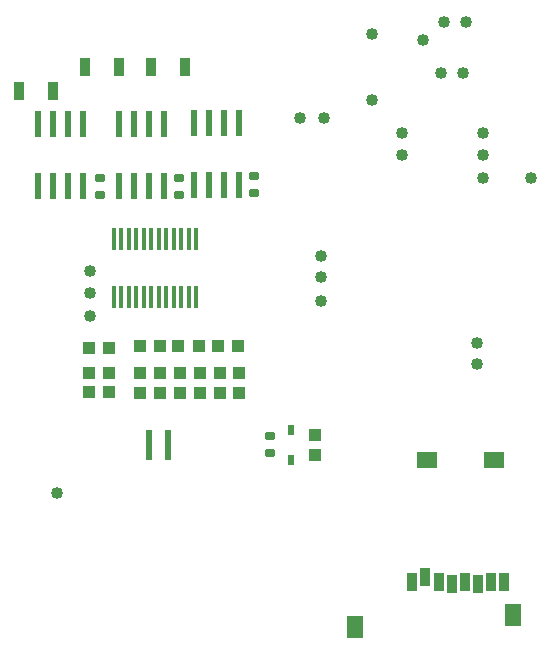
<source format=gbp>
%FSLAX25Y25*%
%MOIN*%
G70*
G01*
G75*
G04 Layer_Color=128*
%ADD10C,0.01000*%
%ADD11C,0.02000*%
%ADD12C,0.01300*%
%ADD13C,0.01200*%
%ADD14C,0.01500*%
%ADD15C,0.03000*%
%ADD16C,0.02500*%
%ADD17R,0.06700X0.01800*%
%ADD18R,0.08300X0.05900*%
%ADD19R,0.07500X0.09400*%
%ADD20R,0.07500X0.04700*%
%ADD21R,0.05118X0.02756*%
G04:AMPARAMS|DCode=22|XSize=24mil|YSize=36mil|CornerRadius=6mil|HoleSize=0mil|Usage=FLASHONLY|Rotation=270.000|XOffset=0mil|YOffset=0mil|HoleType=Round|Shape=RoundedRectangle|*
%AMROUNDEDRECTD22*
21,1,0.02400,0.02400,0,0,270.0*
21,1,0.01200,0.03600,0,0,270.0*
1,1,0.01200,-0.01200,-0.00600*
1,1,0.01200,-0.01200,0.00600*
1,1,0.01200,0.01200,0.00600*
1,1,0.01200,0.01200,-0.00600*
%
%ADD22ROUNDEDRECTD22*%
%ADD23R,0.04400X0.02400*%
G04:AMPARAMS|DCode=24|XSize=24mil|YSize=36mil|CornerRadius=6mil|HoleSize=0mil|Usage=FLASHONLY|Rotation=180.000|XOffset=0mil|YOffset=0mil|HoleType=Round|Shape=RoundedRectangle|*
%AMROUNDEDRECTD24*
21,1,0.02400,0.02400,0,0,180.0*
21,1,0.01200,0.03600,0,0,180.0*
1,1,0.01200,-0.00600,0.01200*
1,1,0.01200,0.00600,0.01200*
1,1,0.01200,0.00600,-0.01200*
1,1,0.01200,-0.00600,-0.01200*
%
%ADD24ROUNDEDRECTD24*%
%ADD25R,0.01200X0.03200*%
%ADD26R,0.03200X0.01200*%
%ADD27R,0.04400X0.04000*%
%ADD28R,0.04000X0.04400*%
G04:AMPARAMS|DCode=29|XSize=24mil|YSize=36mil|CornerRadius=6mil|HoleSize=0mil|Usage=FLASHONLY|Rotation=135.000|XOffset=0mil|YOffset=0mil|HoleType=Round|Shape=RoundedRectangle|*
%AMROUNDEDRECTD29*
21,1,0.02400,0.02400,0,0,135.0*
21,1,0.01200,0.03600,0,0,135.0*
1,1,0.01200,0.00424,0.01273*
1,1,0.01200,0.01273,0.00424*
1,1,0.01200,-0.00424,-0.01273*
1,1,0.01200,-0.01273,-0.00424*
%
%ADD29ROUNDEDRECTD29*%
%ADD30R,0.02400X0.02000*%
%ADD31R,0.04800X0.03200*%
%ADD32R,0.01600X0.01600*%
%ADD33R,0.02400X0.02400*%
%ADD34R,0.06300X0.03600*%
%ADD35R,0.03600X0.06300*%
%ADD36R,0.02000X0.01200*%
%ADD37R,0.07100X0.04000*%
%ADD38R,0.03200X0.03600*%
G04:AMPARAMS|DCode=39|XSize=28mil|YSize=56mil|CornerRadius=5.6mil|HoleSize=0mil|Usage=FLASHONLY|Rotation=0.000|XOffset=0mil|YOffset=0mil|HoleType=Round|Shape=RoundedRectangle|*
%AMROUNDEDRECTD39*
21,1,0.02800,0.04480,0,0,0.0*
21,1,0.01680,0.05600,0,0,0.0*
1,1,0.01120,0.00840,-0.02240*
1,1,0.01120,-0.00840,-0.02240*
1,1,0.01120,-0.00840,0.02240*
1,1,0.01120,0.00840,0.02240*
%
%ADD39ROUNDEDRECTD39*%
G04:AMPARAMS|DCode=40|XSize=20mil|YSize=12mil|CornerRadius=2.4mil|HoleSize=0mil|Usage=FLASHONLY|Rotation=0.000|XOffset=0mil|YOffset=0mil|HoleType=Round|Shape=RoundedRectangle|*
%AMROUNDEDRECTD40*
21,1,0.02000,0.00720,0,0,0.0*
21,1,0.01520,0.01200,0,0,0.0*
1,1,0.00480,0.00760,-0.00360*
1,1,0.00480,-0.00760,-0.00360*
1,1,0.00480,-0.00760,0.00360*
1,1,0.00480,0.00760,0.00360*
%
%ADD40ROUNDEDRECTD40*%
%ADD41R,0.02000X0.01200*%
G04:AMPARAMS|DCode=42|XSize=24mil|YSize=36mil|CornerRadius=6mil|HoleSize=0mil|Usage=FLASHONLY|Rotation=225.000|XOffset=0mil|YOffset=0mil|HoleType=Round|Shape=RoundedRectangle|*
%AMROUNDEDRECTD42*
21,1,0.02400,0.02400,0,0,225.0*
21,1,0.01200,0.03600,0,0,225.0*
1,1,0.01200,-0.01273,0.00424*
1,1,0.01200,-0.00424,0.01273*
1,1,0.01200,0.01273,-0.00424*
1,1,0.01200,0.00424,-0.01273*
%
%ADD42ROUNDEDRECTD42*%
%ADD43R,0.01800X0.01200*%
%ADD44R,0.02400X0.03600*%
%ADD45R,0.04000X0.05600*%
%ADD46R,0.01200X0.02600*%
%ADD47R,0.02600X0.01200*%
%ADD48R,0.02800X0.05200*%
G04:AMPARAMS|DCode=49|XSize=60mil|YSize=12mil|CornerRadius=0mil|HoleSize=0mil|Usage=FLASHONLY|Rotation=225.000|XOffset=0mil|YOffset=0mil|HoleType=Round|Shape=Rectangle|*
%AMROTATEDRECTD49*
4,1,4,0.01697,0.02546,0.02546,0.01697,-0.01697,-0.02546,-0.02546,-0.01697,0.01697,0.02546,0.0*
%
%ADD49ROTATEDRECTD49*%

G04:AMPARAMS|DCode=50|XSize=12mil|YSize=60mil|CornerRadius=0mil|HoleSize=0mil|Usage=FLASHONLY|Rotation=225.000|XOffset=0mil|YOffset=0mil|HoleType=Round|Shape=Rectangle|*
%AMROTATEDRECTD50*
4,1,4,-0.01697,0.02546,0.02546,-0.01697,0.01697,-0.02546,-0.02546,0.01697,-0.01697,0.02546,0.0*
%
%ADD50ROTATEDRECTD50*%

G04:AMPARAMS|DCode=51|XSize=12mil|YSize=59.06mil|CornerRadius=0mil|HoleSize=0mil|Usage=FLASHONLY|Rotation=225.000|XOffset=0mil|YOffset=0mil|HoleType=Round|Shape=Rectangle|*
%AMROTATEDRECTD51*
4,1,4,-0.01664,0.02512,0.02512,-0.01664,0.01664,-0.02512,-0.02512,0.01664,-0.01664,0.02512,0.0*
%
%ADD51ROTATEDRECTD51*%

%ADD52R,0.06299X0.03150*%
%ADD53R,0.12205X0.08661*%
%ADD54R,0.05200X0.01700*%
%ADD55R,0.02400X0.08700*%
%ADD56R,0.01400X0.03400*%
%ADD57R,0.01200X0.03400*%
%ADD58R,0.03400X0.01200*%
%ADD59R,0.03600X0.02400*%
%ADD60R,0.01575X0.00984*%
%ADD61R,0.04800X0.05600*%
%ADD62C,0.01800*%
%ADD63C,0.05000*%
%ADD64R,0.07400X0.02047*%
%ADD65R,0.03900X0.03500*%
%ADD66R,0.07300X0.04400*%
%ADD67P,0.07036X8X22.5*%
%ADD68C,0.17716*%
%ADD69R,0.01800X0.01800*%
%ADD70R,0.05906X0.05906*%
%ADD71C,0.05906*%
%ADD72P,0.07036X8X112.5*%
%ADD73C,0.02000*%
%ADD74C,0.02200*%
%ADD75C,0.02500*%
%ADD76C,0.04000*%
%ADD77C,0.02300*%
%ADD78C,0.03000*%
%ADD79C,0.04000*%
G04:AMPARAMS|DCode=80|XSize=40mil|YSize=40mil|CornerRadius=20mil|HoleSize=0mil|Usage=FLASHONLY|Rotation=0.000|XOffset=0mil|YOffset=0mil|HoleType=Round|Shape=RoundedRectangle|*
%AMROUNDEDRECTD80*
21,1,0.04000,0.00000,0,0,0.0*
21,1,0.00000,0.04000,0,0,0.0*
1,1,0.04000,0.00000,0.00000*
1,1,0.04000,0.00000,0.00000*
1,1,0.04000,0.00000,0.00000*
1,1,0.04000,0.00000,0.00000*
%
%ADD80ROUNDEDRECTD80*%
G04:AMPARAMS|DCode=81|XSize=40mil|YSize=40mil|CornerRadius=20mil|HoleSize=0mil|Usage=FLASHONLY|Rotation=270.000|XOffset=0mil|YOffset=0mil|HoleType=Round|Shape=RoundedRectangle|*
%AMROUNDEDRECTD81*
21,1,0.04000,0.00000,0,0,270.0*
21,1,0.00000,0.04000,0,0,270.0*
1,1,0.04000,0.00000,0.00000*
1,1,0.04000,0.00000,0.00000*
1,1,0.04000,0.00000,0.00000*
1,1,0.04000,0.00000,0.00000*
%
%ADD81ROUNDEDRECTD81*%
%ADD82R,0.02362X0.09843*%
%ADD83R,0.02400X0.03200*%
%ADD84R,0.03600X0.06300*%
%ADD85R,0.01400X0.07800*%
%ADD86R,0.05600X0.07500*%
%ADD87R,0.07100X0.05600*%
%ADD88R,0.03200X0.06000*%
%ADD89C,0.03500*%
%ADD90C,0.00400*%
%ADD91C,0.00600*%
%ADD92C,0.00800*%
%ADD93C,0.00500*%
%ADD94C,0.00984*%
%ADD95C,0.06300*%
%ADD96C,0.00787*%
%ADD97C,0.00591*%
%ADD98C,0.00700*%
%ADD99R,0.01800X0.03000*%
%ADD100R,0.03000X0.01800*%
%ADD101R,0.02376X0.04559*%
%ADD102C,0.03937*%
%ADD103R,0.07500X0.02600*%
%ADD104R,0.09100X0.06700*%
%ADD105R,0.08300X0.10200*%
%ADD106R,0.08300X0.05500*%
%ADD107R,0.05918X0.03556*%
%ADD108R,0.05200X0.03200*%
%ADD109R,0.02000X0.04000*%
%ADD110R,0.04000X0.02000*%
%ADD111R,0.05200X0.04800*%
%ADD112R,0.04800X0.05200*%
%ADD113R,0.03200X0.02800*%
%ADD114R,0.05600X0.04000*%
%ADD115R,0.03200X0.03200*%
%ADD116R,0.07100X0.04400*%
%ADD117R,0.04400X0.07100*%
%ADD118R,0.02800X0.02000*%
%ADD119R,0.07900X0.04800*%
%ADD120R,0.04000X0.04400*%
G04:AMPARAMS|DCode=121|XSize=36mil|YSize=64mil|CornerRadius=7.2mil|HoleSize=0mil|Usage=FLASHONLY|Rotation=0.000|XOffset=0mil|YOffset=0mil|HoleType=Round|Shape=RoundedRectangle|*
%AMROUNDEDRECTD121*
21,1,0.03600,0.04960,0,0,0.0*
21,1,0.02160,0.06400,0,0,0.0*
1,1,0.01440,0.01080,-0.02480*
1,1,0.01440,-0.01080,-0.02480*
1,1,0.01440,-0.01080,0.02480*
1,1,0.01440,0.01080,0.02480*
%
%ADD121ROUNDEDRECTD121*%
G04:AMPARAMS|DCode=122|XSize=28mil|YSize=20mil|CornerRadius=4mil|HoleSize=0mil|Usage=FLASHONLY|Rotation=0.000|XOffset=0mil|YOffset=0mil|HoleType=Round|Shape=RoundedRectangle|*
%AMROUNDEDRECTD122*
21,1,0.02800,0.01200,0,0,0.0*
21,1,0.02000,0.02000,0,0,0.0*
1,1,0.00800,0.01000,-0.00600*
1,1,0.00800,-0.01000,-0.00600*
1,1,0.00800,-0.01000,0.00600*
1,1,0.00800,0.01000,0.00600*
%
%ADD122ROUNDEDRECTD122*%
%ADD123R,0.02800X0.02000*%
%ADD124R,0.02600X0.02000*%
%ADD125R,0.03200X0.04400*%
%ADD126R,0.04800X0.06400*%
%ADD127R,0.03600X0.06000*%
G04:AMPARAMS|DCode=128|XSize=68mil|YSize=20mil|CornerRadius=0mil|HoleSize=0mil|Usage=FLASHONLY|Rotation=225.000|XOffset=0mil|YOffset=0mil|HoleType=Round|Shape=Rectangle|*
%AMROTATEDRECTD128*
4,1,4,0.01697,0.03111,0.03111,0.01697,-0.01697,-0.03111,-0.03111,-0.01697,0.01697,0.03111,0.0*
%
%ADD128ROTATEDRECTD128*%

G04:AMPARAMS|DCode=129|XSize=20mil|YSize=68mil|CornerRadius=0mil|HoleSize=0mil|Usage=FLASHONLY|Rotation=225.000|XOffset=0mil|YOffset=0mil|HoleType=Round|Shape=Rectangle|*
%AMROTATEDRECTD129*
4,1,4,-0.01697,0.03111,0.03111,-0.01697,0.01697,-0.03111,-0.03111,0.01697,-0.01697,0.03111,0.0*
%
%ADD129ROTATEDRECTD129*%

G04:AMPARAMS|DCode=130|XSize=20mil|YSize=67.06mil|CornerRadius=0mil|HoleSize=0mil|Usage=FLASHONLY|Rotation=225.000|XOffset=0mil|YOffset=0mil|HoleType=Round|Shape=Rectangle|*
%AMROTATEDRECTD130*
4,1,4,-0.01664,0.03078,0.03078,-0.01664,0.01664,-0.03078,-0.03078,0.01664,-0.01664,0.03078,0.0*
%
%ADD130ROTATEDRECTD130*%

%ADD131R,0.07099X0.03950*%
%ADD132R,0.13005X0.09461*%
%ADD133R,0.06000X0.02500*%
%ADD134R,0.03200X0.09500*%
%ADD135R,0.02200X0.04200*%
%ADD136R,0.02000X0.04200*%
%ADD137R,0.04200X0.02000*%
%ADD138R,0.04400X0.03200*%
%ADD139R,0.02375X0.01784*%
%ADD140R,0.05600X0.06400*%
%ADD141P,0.07902X8X22.5*%
%ADD142C,0.18517*%
%ADD143R,0.02600X0.02600*%
%ADD144R,0.06706X0.06706*%
%ADD145C,0.06706*%
%ADD146P,0.07902X8X112.5*%
G04:AMPARAMS|DCode=147|XSize=48mil|YSize=48mil|CornerRadius=24mil|HoleSize=0mil|Usage=FLASHONLY|Rotation=0.000|XOffset=0mil|YOffset=0mil|HoleType=Round|Shape=RoundedRectangle|*
%AMROUNDEDRECTD147*
21,1,0.04800,0.00000,0,0,0.0*
21,1,0.00000,0.04800,0,0,0.0*
1,1,0.04800,0.00000,0.00000*
1,1,0.04800,0.00000,0.00000*
1,1,0.04800,0.00000,0.00000*
1,1,0.04800,0.00000,0.00000*
%
%ADD147ROUNDEDRECTD147*%
G04:AMPARAMS|DCode=148|XSize=48mil|YSize=48mil|CornerRadius=24mil|HoleSize=0mil|Usage=FLASHONLY|Rotation=270.000|XOffset=0mil|YOffset=0mil|HoleType=Round|Shape=RoundedRectangle|*
%AMROUNDEDRECTD148*
21,1,0.04800,0.00000,0,0,270.0*
21,1,0.00000,0.04800,0,0,270.0*
1,1,0.04800,0.00000,0.00000*
1,1,0.04800,0.00000,0.00000*
1,1,0.04800,0.00000,0.00000*
1,1,0.04800,0.00000,0.00000*
%
%ADD148ROUNDEDRECTD148*%
%ADD149R,0.03162X0.10642*%
%ADD150R,0.03200X0.04000*%
%ADD151R,0.04400X0.07100*%
%ADD152R,0.02200X0.08600*%
%ADD153R,0.06400X0.08300*%
%ADD154R,0.07900X0.06400*%
%ADD155R,0.04000X0.06800*%
D22*
X-216700Y164932D02*
D03*
Y159420D02*
D03*
X-190200Y164932D02*
D03*
Y159420D02*
D03*
X-165200Y165432D02*
D03*
Y159920D02*
D03*
X-160000Y78830D02*
D03*
Y73318D02*
D03*
D27*
X-203412Y108994D02*
D03*
X-196666D02*
D03*
X-190547D02*
D03*
X-183800D02*
D03*
X-177412D02*
D03*
X-170666D02*
D03*
X-213603Y99953D02*
D03*
X-220350D02*
D03*
X-213603Y93606D02*
D03*
X-220350D02*
D03*
X-213603Y108300D02*
D03*
X-220350D02*
D03*
D28*
X-145000Y72654D02*
D03*
Y79400D02*
D03*
X-203200Y93154D02*
D03*
Y99900D02*
D03*
X-190000Y93154D02*
D03*
Y99900D02*
D03*
X-196600Y99847D02*
D03*
Y93100D02*
D03*
X-176800Y93154D02*
D03*
Y99900D02*
D03*
X-183400Y99847D02*
D03*
Y93100D02*
D03*
X-170200Y99847D02*
D03*
Y93100D02*
D03*
D55*
X-222200Y182800D02*
D03*
X-227200D02*
D03*
X-232200D02*
D03*
X-237200D02*
D03*
Y162200D02*
D03*
X-232200D02*
D03*
X-227200D02*
D03*
X-222200D02*
D03*
X-195450Y182800D02*
D03*
X-200450D02*
D03*
X-205450D02*
D03*
X-210450D02*
D03*
Y162200D02*
D03*
X-205450D02*
D03*
X-200450D02*
D03*
X-195450D02*
D03*
X-170200Y183300D02*
D03*
X-175200D02*
D03*
X-180200D02*
D03*
X-185200D02*
D03*
Y162700D02*
D03*
X-180200D02*
D03*
X-175200D02*
D03*
X-170200D02*
D03*
D80*
X-94500Y217000D02*
D03*
X-231000Y60000D02*
D03*
X-220000Y134000D02*
D03*
Y126500D02*
D03*
X-126000Y191000D02*
D03*
X-142000Y185000D02*
D03*
X-109000Y211000D02*
D03*
X-95650Y200000D02*
D03*
X-126000Y213000D02*
D03*
X-150000Y185000D02*
D03*
X-103000Y200000D02*
D03*
X-102000Y217000D02*
D03*
D81*
X-220000Y119000D02*
D03*
X-116000Y172500D02*
D03*
Y180000D02*
D03*
X-73000Y165000D02*
D03*
X-91000Y110000D02*
D03*
Y103000D02*
D03*
X-89000Y172500D02*
D03*
Y180000D02*
D03*
Y165000D02*
D03*
X-143000Y124000D02*
D03*
Y132000D02*
D03*
Y139000D02*
D03*
D82*
X-200250Y75901D02*
D03*
X-193950D02*
D03*
D83*
X-153000Y71000D02*
D03*
Y80921D02*
D03*
D84*
X-199709Y202000D02*
D03*
X-188200D02*
D03*
X-221709D02*
D03*
X-210200D02*
D03*
X-232291Y194000D02*
D03*
X-243800D02*
D03*
D85*
X-184550Y144700D02*
D03*
X-187050D02*
D03*
X-189550D02*
D03*
X-192050D02*
D03*
X-194550D02*
D03*
X-197050D02*
D03*
X-199550D02*
D03*
X-202050D02*
D03*
X-204550D02*
D03*
X-207050D02*
D03*
X-209550D02*
D03*
X-212050D02*
D03*
Y125300D02*
D03*
X-209550D02*
D03*
X-207050D02*
D03*
X-204550D02*
D03*
X-202050D02*
D03*
X-199550D02*
D03*
X-197050D02*
D03*
X-194550D02*
D03*
X-192050D02*
D03*
X-189550D02*
D03*
X-187050D02*
D03*
X-184550D02*
D03*
D86*
X-79032Y19100D02*
D03*
X-131800Y15200D02*
D03*
D87*
X-85332Y70921D02*
D03*
X-107784D02*
D03*
D88*
X-82132Y30300D02*
D03*
X-86432D02*
D03*
X-90732Y29500D02*
D03*
X-95132Y30300D02*
D03*
X-99432Y29500D02*
D03*
X-103732Y30300D02*
D03*
X-108139Y31900D02*
D03*
X-112469Y30300D02*
D03*
M02*

</source>
